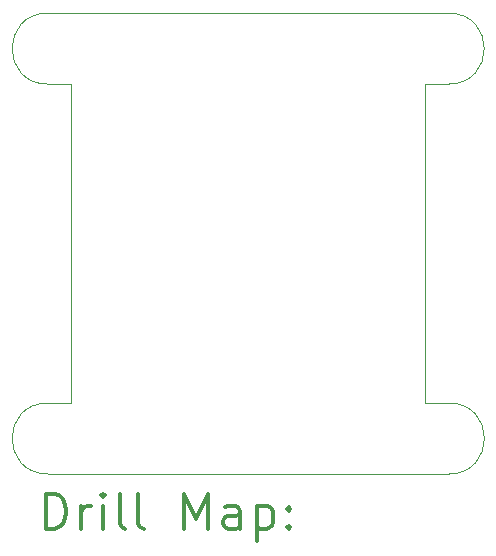
<source format=gbr>
%FSLAX45Y45*%
G04 Gerber Fmt 4.5, Leading zero omitted, Abs format (unit mm)*
G04 Created by KiCad (PCBNEW (5.1.10)-1) date 2021-09-08 01:49:00*
%MOMM*%
%LPD*%
G01*
G04 APERTURE LIST*
%TA.AperFunction,Profile*%
%ADD10C,0.050000*%
%TD*%
%ADD11C,0.200000*%
%ADD12C,0.300000*%
G04 APERTURE END LIST*
D10*
X12459970Y-10040620D02*
X12259310Y-10040620D01*
X12259310Y-7339330D02*
X12259310Y-10040620D01*
X12458700Y-7339330D02*
X12259310Y-7339330D01*
X9060180Y-6739890D02*
X12458700Y-6739890D01*
X9060180Y-10640060D02*
X12459970Y-10640060D01*
X9259570Y-7339330D02*
X9060180Y-7339330D01*
X9259570Y-10040620D02*
X9259570Y-7339330D01*
X9060180Y-10040620D02*
X9259570Y-10040620D01*
X9060180Y-10640060D02*
G75*
G02*
X9060180Y-10040620I0J299720D01*
G01*
X9060180Y-7339330D02*
G75*
G02*
X9060180Y-6739890I0J299720D01*
G01*
X12458700Y-6739890D02*
G75*
G02*
X12458700Y-7339330I0J-299720D01*
G01*
X12459970Y-10040620D02*
G75*
G02*
X12459970Y-10640060I0J-299720D01*
G01*
D11*
D12*
X9044388Y-11108275D02*
X9044388Y-10808275D01*
X9115817Y-10808275D01*
X9158674Y-10822560D01*
X9187246Y-10851132D01*
X9201531Y-10879703D01*
X9215817Y-10936846D01*
X9215817Y-10979703D01*
X9201531Y-11036846D01*
X9187246Y-11065417D01*
X9158674Y-11093989D01*
X9115817Y-11108275D01*
X9044388Y-11108275D01*
X9344388Y-11108275D02*
X9344388Y-10908275D01*
X9344388Y-10965417D02*
X9358674Y-10936846D01*
X9372960Y-10922560D01*
X9401531Y-10908275D01*
X9430103Y-10908275D01*
X9530103Y-11108275D02*
X9530103Y-10908275D01*
X9530103Y-10808275D02*
X9515817Y-10822560D01*
X9530103Y-10836846D01*
X9544388Y-10822560D01*
X9530103Y-10808275D01*
X9530103Y-10836846D01*
X9715817Y-11108275D02*
X9687246Y-11093989D01*
X9672960Y-11065417D01*
X9672960Y-10808275D01*
X9872960Y-11108275D02*
X9844388Y-11093989D01*
X9830103Y-11065417D01*
X9830103Y-10808275D01*
X10215817Y-11108275D02*
X10215817Y-10808275D01*
X10315817Y-11022560D01*
X10415817Y-10808275D01*
X10415817Y-11108275D01*
X10687246Y-11108275D02*
X10687246Y-10951132D01*
X10672960Y-10922560D01*
X10644388Y-10908275D01*
X10587246Y-10908275D01*
X10558674Y-10922560D01*
X10687246Y-11093989D02*
X10658674Y-11108275D01*
X10587246Y-11108275D01*
X10558674Y-11093989D01*
X10544388Y-11065417D01*
X10544388Y-11036846D01*
X10558674Y-11008275D01*
X10587246Y-10993989D01*
X10658674Y-10993989D01*
X10687246Y-10979703D01*
X10830103Y-10908275D02*
X10830103Y-11208274D01*
X10830103Y-10922560D02*
X10858674Y-10908275D01*
X10915817Y-10908275D01*
X10944388Y-10922560D01*
X10958674Y-10936846D01*
X10972960Y-10965417D01*
X10972960Y-11051132D01*
X10958674Y-11079703D01*
X10944388Y-11093989D01*
X10915817Y-11108275D01*
X10858674Y-11108275D01*
X10830103Y-11093989D01*
X11101531Y-11079703D02*
X11115817Y-11093989D01*
X11101531Y-11108275D01*
X11087246Y-11093989D01*
X11101531Y-11079703D01*
X11101531Y-11108275D01*
X11101531Y-10922560D02*
X11115817Y-10936846D01*
X11101531Y-10951132D01*
X11087246Y-10936846D01*
X11101531Y-10922560D01*
X11101531Y-10951132D01*
M02*

</source>
